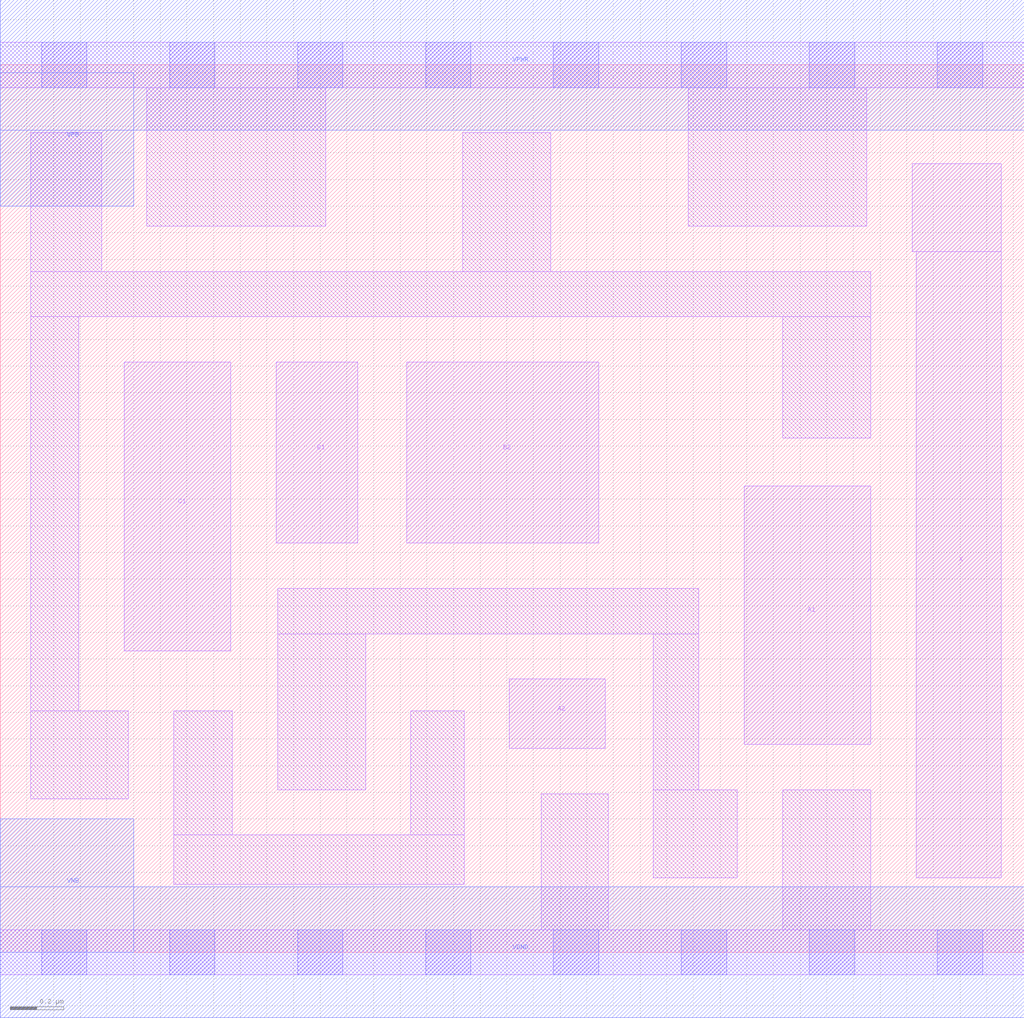
<source format=lef>
# Copyright 2020 The SkyWater PDK Authors
#
# Licensed under the Apache License, Version 2.0 (the "License");
# you may not use this file except in compliance with the License.
# You may obtain a copy of the License at
#
#     https://www.apache.org/licenses/LICENSE-2.0
#
# Unless required by applicable law or agreed to in writing, software
# distributed under the License is distributed on an "AS IS" BASIS,
# WITHOUT WARRANTIES OR CONDITIONS OF ANY KIND, either express or implied.
# See the License for the specific language governing permissions and
# limitations under the License.
#
# SPDX-License-Identifier: Apache-2.0

VERSION 5.5 ;
NAMESCASESENSITIVE ON ;
BUSBITCHARS "[]" ;
DIVIDERCHAR "/" ;
MACRO sky130_fd_sc_lp__o221a_0
  CLASS CORE ;
  SOURCE USER ;
  ORIGIN  0.000000  0.000000 ;
  SIZE  3.840000 BY  3.330000 ;
  SYMMETRY X Y R90 ;
  SITE unit ;
  PIN A1
    ANTENNAGATEAREA  0.159000 ;
    DIRECTION INPUT ;
    USE SIGNAL ;
    PORT
      LAYER li1 ;
        RECT 2.790000 0.780000 3.265000 1.750000 ;
    END
  END A1
  PIN A2
    ANTENNAGATEAREA  0.159000 ;
    DIRECTION INPUT ;
    USE SIGNAL ;
    PORT
      LAYER li1 ;
        RECT 1.910000 0.765000 2.270000 1.025000 ;
    END
  END A2
  PIN B1
    ANTENNAGATEAREA  0.159000 ;
    DIRECTION INPUT ;
    USE SIGNAL ;
    PORT
      LAYER li1 ;
        RECT 1.035000 1.535000 1.340000 2.215000 ;
    END
  END B1
  PIN B2
    ANTENNAGATEAREA  0.159000 ;
    DIRECTION INPUT ;
    USE SIGNAL ;
    PORT
      LAYER li1 ;
        RECT 1.525000 1.535000 2.245000 2.215000 ;
    END
  END B2
  PIN C1
    ANTENNAGATEAREA  0.159000 ;
    DIRECTION INPUT ;
    USE SIGNAL ;
    PORT
      LAYER li1 ;
        RECT 0.465000 1.130000 0.865000 2.215000 ;
    END
  END C1
  PIN X
    ANTENNADIFFAREA  0.280900 ;
    DIRECTION OUTPUT ;
    USE SIGNAL ;
    PORT
      LAYER li1 ;
        RECT 3.420000 2.630000 3.755000 2.960000 ;
        RECT 3.435000 0.280000 3.755000 2.630000 ;
    END
  END X
  PIN VGND
    DIRECTION INOUT ;
    USE GROUND ;
    PORT
      LAYER met1 ;
        RECT 0.000000 -0.245000 3.840000 0.245000 ;
    END
  END VGND
  PIN VNB
    DIRECTION INOUT ;
    USE GROUND ;
    PORT
      LAYER met1 ;
        RECT 0.000000 0.000000 0.500000 0.500000 ;
    END
  END VNB
  PIN VPB
    DIRECTION INOUT ;
    USE POWER ;
    PORT
      LAYER met1 ;
        RECT 0.000000 2.800000 0.500000 3.300000 ;
    END
  END VPB
  PIN VPWR
    DIRECTION INOUT ;
    USE POWER ;
    PORT
      LAYER met1 ;
        RECT 0.000000 3.085000 3.840000 3.575000 ;
    END
  END VPWR
  OBS
    LAYER li1 ;
      RECT 0.000000 -0.085000 3.840000 0.085000 ;
      RECT 0.000000  3.245000 3.840000 3.415000 ;
      RECT 0.115000  0.575000 0.480000 0.905000 ;
      RECT 0.115000  0.905000 0.295000 2.385000 ;
      RECT 0.115000  2.385000 3.265000 2.555000 ;
      RECT 0.115000  2.555000 0.380000 3.075000 ;
      RECT 0.550000  2.725000 1.220000 3.245000 ;
      RECT 0.650000  0.255000 1.740000 0.440000 ;
      RECT 0.650000  0.440000 0.870000 0.905000 ;
      RECT 1.040000  0.610000 1.370000 1.195000 ;
      RECT 1.040000  1.195000 2.620000 1.365000 ;
      RECT 1.540000  0.440000 1.740000 0.905000 ;
      RECT 1.735000  2.555000 2.065000 3.075000 ;
      RECT 2.030000  0.085000 2.280000 0.595000 ;
      RECT 2.450000  0.280000 2.765000 0.610000 ;
      RECT 2.450000  0.610000 2.620000 1.195000 ;
      RECT 2.580000  2.725000 3.250000 3.245000 ;
      RECT 2.935000  0.085000 3.265000 0.610000 ;
      RECT 2.935000  1.930000 3.265000 2.385000 ;
    LAYER mcon ;
      RECT 0.155000 -0.085000 0.325000 0.085000 ;
      RECT 0.155000  3.245000 0.325000 3.415000 ;
      RECT 0.635000 -0.085000 0.805000 0.085000 ;
      RECT 0.635000  3.245000 0.805000 3.415000 ;
      RECT 1.115000 -0.085000 1.285000 0.085000 ;
      RECT 1.115000  3.245000 1.285000 3.415000 ;
      RECT 1.595000 -0.085000 1.765000 0.085000 ;
      RECT 1.595000  3.245000 1.765000 3.415000 ;
      RECT 2.075000 -0.085000 2.245000 0.085000 ;
      RECT 2.075000  3.245000 2.245000 3.415000 ;
      RECT 2.555000 -0.085000 2.725000 0.085000 ;
      RECT 2.555000  3.245000 2.725000 3.415000 ;
      RECT 3.035000 -0.085000 3.205000 0.085000 ;
      RECT 3.035000  3.245000 3.205000 3.415000 ;
      RECT 3.515000 -0.085000 3.685000 0.085000 ;
      RECT 3.515000  3.245000 3.685000 3.415000 ;
  END
END sky130_fd_sc_lp__o221a_0

</source>
